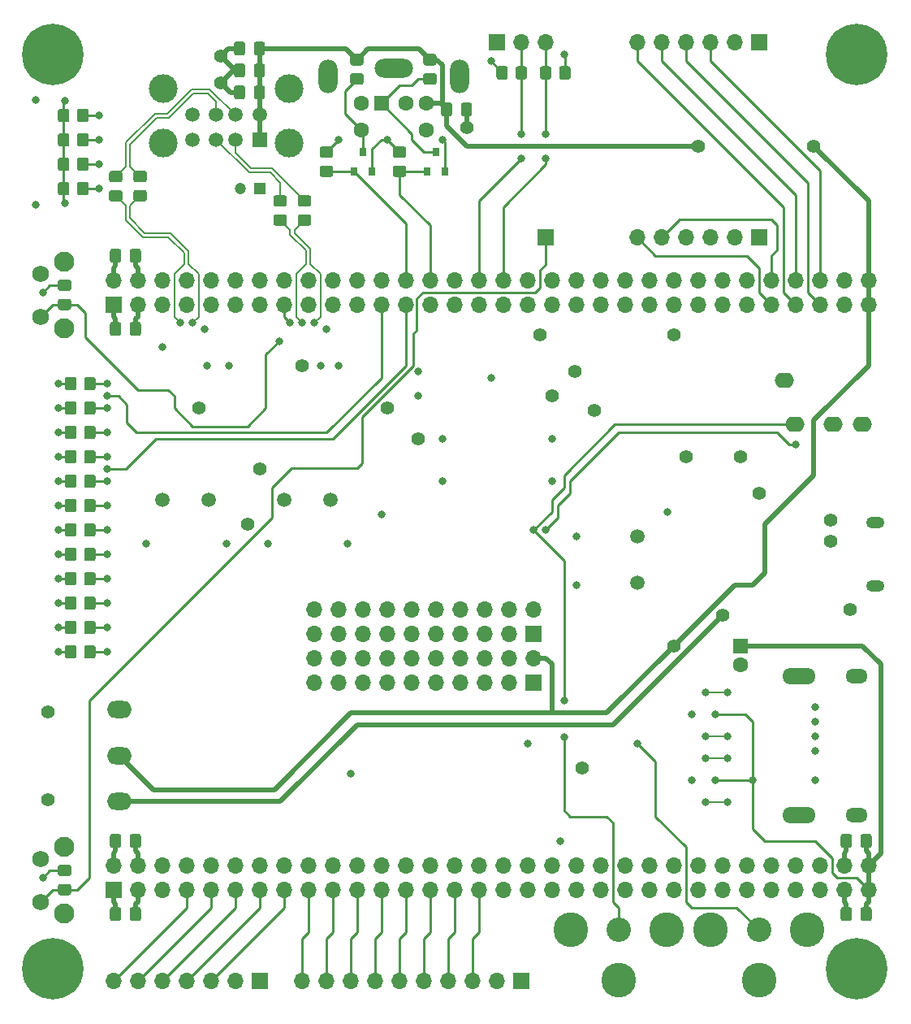
<source format=gbl>
G04 #@! TF.GenerationSoftware,KiCad,Pcbnew,5.1.10-88a1d61d58~90~ubuntu20.04.1*
G04 #@! TF.CreationDate,2021-11-05T20:40:26+01:00*
G04 #@! TF.ProjectId,FPGC4IOboard,46504743-3449-44f6-926f-6172642e6b69,rev?*
G04 #@! TF.SameCoordinates,Original*
G04 #@! TF.FileFunction,Copper,L4,Bot*
G04 #@! TF.FilePolarity,Positive*
%FSLAX46Y46*%
G04 Gerber Fmt 4.6, Leading zero omitted, Abs format (unit mm)*
G04 Created by KiCad (PCBNEW 5.1.10-88a1d61d58~90~ubuntu20.04.1) date 2021-11-05 20:40:26*
%MOMM*%
%LPD*%
G01*
G04 APERTURE LIST*
G04 #@! TA.AperFunction,ComponentPad*
%ADD10C,2.100000*%
G04 #@! TD*
G04 #@! TA.AperFunction,ComponentPad*
%ADD11C,1.750000*%
G04 #@! TD*
G04 #@! TA.AperFunction,ComponentPad*
%ADD12R,1.700000X1.700000*%
G04 #@! TD*
G04 #@! TA.AperFunction,ComponentPad*
%ADD13O,1.700000X1.700000*%
G04 #@! TD*
G04 #@! TA.AperFunction,ComponentPad*
%ADD14R,1.600000X1.600000*%
G04 #@! TD*
G04 #@! TA.AperFunction,ComponentPad*
%ADD15C,1.600000*%
G04 #@! TD*
G04 #@! TA.AperFunction,ComponentPad*
%ADD16R,1.200000X1.200000*%
G04 #@! TD*
G04 #@! TA.AperFunction,ComponentPad*
%ADD17C,1.200000*%
G04 #@! TD*
G04 #@! TA.AperFunction,ComponentPad*
%ADD18O,2.000000X1.600000*%
G04 #@! TD*
G04 #@! TA.AperFunction,ComponentPad*
%ADD19O,2.600000X1.800000*%
G04 #@! TD*
G04 #@! TA.AperFunction,ComponentPad*
%ADD20O,4.000000X2.000000*%
G04 #@! TD*
G04 #@! TA.AperFunction,ComponentPad*
%ADD21O,2.000000X3.500000*%
G04 #@! TD*
G04 #@! TA.AperFunction,ComponentPad*
%ADD22C,1.500000*%
G04 #@! TD*
G04 #@! TA.AperFunction,ComponentPad*
%ADD23C,3.000000*%
G04 #@! TD*
G04 #@! TA.AperFunction,ComponentPad*
%ADD24R,1.500000X1.500000*%
G04 #@! TD*
G04 #@! TA.AperFunction,ComponentPad*
%ADD25O,2.300000X1.500000*%
G04 #@! TD*
G04 #@! TA.AperFunction,ComponentPad*
%ADD26O,3.500000X1.700000*%
G04 #@! TD*
G04 #@! TA.AperFunction,ComponentPad*
%ADD27C,6.400000*%
G04 #@! TD*
G04 #@! TA.AperFunction,ComponentPad*
%ADD28O,1.900000X1.200000*%
G04 #@! TD*
G04 #@! TA.AperFunction,SMDPad,CuDef*
%ADD29R,0.800000X0.900000*%
G04 #@! TD*
G04 #@! TA.AperFunction,ComponentPad*
%ADD30C,2.550000*%
G04 #@! TD*
G04 #@! TA.AperFunction,ComponentPad*
%ADD31C,3.616000*%
G04 #@! TD*
G04 #@! TA.AperFunction,ViaPad*
%ADD32C,1.400000*%
G04 #@! TD*
G04 #@! TA.AperFunction,ViaPad*
%ADD33C,0.800000*%
G04 #@! TD*
G04 #@! TA.AperFunction,Conductor*
%ADD34C,0.500000*%
G04 #@! TD*
G04 #@! TA.AperFunction,Conductor*
%ADD35C,0.250000*%
G04 #@! TD*
G04 #@! TA.AperFunction,Conductor*
%ADD36C,0.200000*%
G04 #@! TD*
G04 APERTURE END LIST*
D10*
X83770000Y-66020000D03*
D11*
X81280000Y-64770000D03*
X81280000Y-60270000D03*
D10*
X83770000Y-59010000D03*
D12*
X132715000Y-102870000D03*
D13*
X132715000Y-100330000D03*
X130175000Y-102870000D03*
X130175000Y-100330000D03*
X127635000Y-102870000D03*
X127635000Y-100330000D03*
X125095000Y-102870000D03*
X125095000Y-100330000D03*
X122555000Y-102870000D03*
X122555000Y-100330000D03*
X120015000Y-102870000D03*
X120015000Y-100330000D03*
X117475000Y-102870000D03*
X117475000Y-100330000D03*
X114935000Y-102870000D03*
X114935000Y-100330000D03*
X112395000Y-102870000D03*
X112395000Y-100330000D03*
X109855000Y-102870000D03*
X109855000Y-100330000D03*
X109855000Y-95250000D03*
X109855000Y-97790000D03*
X112395000Y-95250000D03*
X112395000Y-97790000D03*
X114935000Y-95250000D03*
X114935000Y-97790000D03*
X117475000Y-95250000D03*
X117475000Y-97790000D03*
X120015000Y-95250000D03*
X120015000Y-97790000D03*
X122555000Y-95250000D03*
X122555000Y-97790000D03*
X125095000Y-95250000D03*
X125095000Y-97790000D03*
X127635000Y-95250000D03*
X127635000Y-97790000D03*
X130175000Y-95250000D03*
X130175000Y-97790000D03*
X132715000Y-95250000D03*
D12*
X132715000Y-97790000D03*
X133985000Y-56515000D03*
D14*
X154305000Y-99060000D03*
D15*
X154305000Y-101060000D03*
D16*
X104140000Y-51435000D03*
D17*
X102140000Y-51435000D03*
D18*
X163980000Y-75960000D03*
X166980000Y-75960000D03*
X159980000Y-75960000D03*
X158880000Y-71360000D03*
D12*
X104140000Y-133985000D03*
D13*
X101600000Y-133985000D03*
X99060000Y-133985000D03*
X96520000Y-133985000D03*
X93980000Y-133985000D03*
X91440000Y-133985000D03*
X88900000Y-133985000D03*
D12*
X131445000Y-133985000D03*
D13*
X128905000Y-133985000D03*
X126365000Y-133985000D03*
X123825000Y-133985000D03*
X121285000Y-133985000D03*
X118745000Y-133985000D03*
X116205000Y-133985000D03*
X113665000Y-133985000D03*
X111125000Y-133985000D03*
X108585000Y-133985000D03*
X143510000Y-56515000D03*
X146050000Y-56515000D03*
X148590000Y-56515000D03*
X151130000Y-56515000D03*
X153670000Y-56515000D03*
D12*
X156210000Y-56515000D03*
X156210000Y-36195000D03*
D13*
X153670000Y-36195000D03*
X151130000Y-36195000D03*
X148590000Y-36195000D03*
X146050000Y-36195000D03*
X143510000Y-36195000D03*
D12*
X128905000Y-36195000D03*
D13*
X131445000Y-36195000D03*
X133985000Y-36195000D03*
D10*
X83770000Y-119970000D03*
D11*
X81280000Y-121230000D03*
X81280000Y-125730000D03*
D10*
X83770000Y-126980000D03*
D19*
X89535000Y-105690000D03*
X89535000Y-110490000D03*
X89535000Y-115290000D03*
D20*
X118140000Y-38895000D03*
D15*
X121540000Y-45345000D03*
X114740000Y-45345000D03*
X121540000Y-42545000D03*
X114740000Y-42545000D03*
X119440000Y-42545000D03*
D14*
X116840000Y-42545000D03*
D21*
X111290000Y-39695000D03*
X124990000Y-39695000D03*
D22*
X97140000Y-43735000D03*
X99640000Y-43735000D03*
X101640000Y-43735000D03*
X104140000Y-43735000D03*
D23*
X94070000Y-41025000D03*
X107210000Y-41025000D03*
D22*
X97140000Y-46355000D03*
X99640000Y-46355000D03*
X101640000Y-46355000D03*
D24*
X104140000Y-46355000D03*
D23*
X107210000Y-46705000D03*
X94070000Y-46705000D03*
D25*
X166370000Y-116724000D03*
X166370000Y-102224000D03*
D26*
X160410000Y-116724000D03*
X160410000Y-102224000D03*
D27*
X166370000Y-37465000D03*
X82550000Y-37465000D03*
X82550000Y-132715000D03*
X166370000Y-132715000D03*
D13*
X167640000Y-121920000D03*
X167640000Y-124460000D03*
X165100000Y-121920000D03*
X165100000Y-124460000D03*
X162560000Y-121920000D03*
X162560000Y-124460000D03*
X160020000Y-121920000D03*
X160020000Y-124460000D03*
X157480000Y-121920000D03*
X157480000Y-124460000D03*
X154940000Y-121920000D03*
X154940000Y-124460000D03*
X152400000Y-121920000D03*
X152400000Y-124460000D03*
X149860000Y-121920000D03*
X149860000Y-124460000D03*
X147320000Y-121920000D03*
X147320000Y-124460000D03*
X144780000Y-121920000D03*
X144780000Y-124460000D03*
X142240000Y-121920000D03*
X142240000Y-124460000D03*
X139700000Y-121920000D03*
X139700000Y-124460000D03*
X137160000Y-121920000D03*
X137160000Y-124460000D03*
X134620000Y-121920000D03*
X134620000Y-124460000D03*
X132080000Y-121920000D03*
X132080000Y-124460000D03*
X129540000Y-121920000D03*
X129540000Y-124460000D03*
X127000000Y-121920000D03*
X127000000Y-124460000D03*
X124460000Y-121920000D03*
X124460000Y-124460000D03*
X121920000Y-121920000D03*
X121920000Y-124460000D03*
X119380000Y-121920000D03*
X119380000Y-124460000D03*
X116840000Y-121920000D03*
X116840000Y-124460000D03*
X114300000Y-121920000D03*
X114300000Y-124460000D03*
X111760000Y-121920000D03*
X111760000Y-124460000D03*
X109220000Y-121920000D03*
X109220000Y-124460000D03*
X106680000Y-121920000D03*
X106680000Y-124460000D03*
X104140000Y-121920000D03*
X104140000Y-124460000D03*
X101600000Y-121920000D03*
X101600000Y-124460000D03*
X99060000Y-121920000D03*
X99060000Y-124460000D03*
X96520000Y-121920000D03*
X96520000Y-124460000D03*
X93980000Y-121920000D03*
X93980000Y-124460000D03*
X91440000Y-121920000D03*
X91440000Y-124460000D03*
X88900000Y-121920000D03*
D12*
X88900000Y-124460000D03*
X88900000Y-63500000D03*
D13*
X88900000Y-60960000D03*
X91440000Y-63500000D03*
X91440000Y-60960000D03*
X93980000Y-63500000D03*
X93980000Y-60960000D03*
X96520000Y-63500000D03*
X96520000Y-60960000D03*
X99060000Y-63500000D03*
X99060000Y-60960000D03*
X101600000Y-63500000D03*
X101600000Y-60960000D03*
X104140000Y-63500000D03*
X104140000Y-60960000D03*
X106680000Y-63500000D03*
X106680000Y-60960000D03*
X109220000Y-63500000D03*
X109220000Y-60960000D03*
X111760000Y-63500000D03*
X111760000Y-60960000D03*
X114300000Y-63500000D03*
X114300000Y-60960000D03*
X116840000Y-63500000D03*
X116840000Y-60960000D03*
X119380000Y-63500000D03*
X119380000Y-60960000D03*
X121920000Y-63500000D03*
X121920000Y-60960000D03*
X124460000Y-63500000D03*
X124460000Y-60960000D03*
X127000000Y-63500000D03*
X127000000Y-60960000D03*
X129540000Y-63500000D03*
X129540000Y-60960000D03*
X132080000Y-63500000D03*
X132080000Y-60960000D03*
X134620000Y-63500000D03*
X134620000Y-60960000D03*
X137160000Y-63500000D03*
X137160000Y-60960000D03*
X139700000Y-63500000D03*
X139700000Y-60960000D03*
X142240000Y-63500000D03*
X142240000Y-60960000D03*
X144780000Y-63500000D03*
X144780000Y-60960000D03*
X147320000Y-63500000D03*
X147320000Y-60960000D03*
X149860000Y-63500000D03*
X149860000Y-60960000D03*
X152400000Y-63500000D03*
X152400000Y-60960000D03*
X154940000Y-63500000D03*
X154940000Y-60960000D03*
X157480000Y-63500000D03*
X157480000Y-60960000D03*
X160020000Y-63500000D03*
X160020000Y-60960000D03*
X162560000Y-63500000D03*
X162560000Y-60960000D03*
X165100000Y-63500000D03*
X165100000Y-60960000D03*
X167640000Y-63500000D03*
X167640000Y-60960000D03*
G04 #@! TA.AperFunction,SMDPad,CuDef*
G36*
G01*
X123067500Y-43655000D02*
X123067500Y-42705000D01*
G75*
G02*
X123317500Y-42455000I250000J0D01*
G01*
X123992500Y-42455000D01*
G75*
G02*
X124242500Y-42705000I0J-250000D01*
G01*
X124242500Y-43655000D01*
G75*
G02*
X123992500Y-43905000I-250000J0D01*
G01*
X123317500Y-43905000D01*
G75*
G02*
X123067500Y-43655000I0J250000D01*
G01*
G37*
G04 #@! TD.AperFunction*
G04 #@! TA.AperFunction,SMDPad,CuDef*
G36*
G01*
X125142500Y-43655000D02*
X125142500Y-42705000D01*
G75*
G02*
X125392500Y-42455000I250000J0D01*
G01*
X126067500Y-42455000D01*
G75*
G02*
X126317500Y-42705000I0J-250000D01*
G01*
X126317500Y-43655000D01*
G75*
G02*
X126067500Y-43905000I-250000J0D01*
G01*
X125392500Y-43905000D01*
G75*
G02*
X125142500Y-43655000I0J250000D01*
G01*
G37*
G04 #@! TD.AperFunction*
G04 #@! TA.AperFunction,SMDPad,CuDef*
G36*
G01*
X103552500Y-41877000D02*
X103552500Y-40927000D01*
G75*
G02*
X103802500Y-40677000I250000J0D01*
G01*
X104477500Y-40677000D01*
G75*
G02*
X104727500Y-40927000I0J-250000D01*
G01*
X104727500Y-41877000D01*
G75*
G02*
X104477500Y-42127000I-250000J0D01*
G01*
X103802500Y-42127000D01*
G75*
G02*
X103552500Y-41877000I0J250000D01*
G01*
G37*
G04 #@! TD.AperFunction*
G04 #@! TA.AperFunction,SMDPad,CuDef*
G36*
G01*
X101477500Y-41877000D02*
X101477500Y-40927000D01*
G75*
G02*
X101727500Y-40677000I250000J0D01*
G01*
X102402500Y-40677000D01*
G75*
G02*
X102652500Y-40927000I0J-250000D01*
G01*
X102652500Y-41877000D01*
G75*
G02*
X102402500Y-42127000I-250000J0D01*
G01*
X101727500Y-42127000D01*
G75*
G02*
X101477500Y-41877000I0J250000D01*
G01*
G37*
G04 #@! TD.AperFunction*
G04 #@! TA.AperFunction,SMDPad,CuDef*
G36*
G01*
X164745000Y-127475000D02*
X164745000Y-126525000D01*
G75*
G02*
X164995000Y-126275000I250000J0D01*
G01*
X165670000Y-126275000D01*
G75*
G02*
X165920000Y-126525000I0J-250000D01*
G01*
X165920000Y-127475000D01*
G75*
G02*
X165670000Y-127725000I-250000J0D01*
G01*
X164995000Y-127725000D01*
G75*
G02*
X164745000Y-127475000I0J250000D01*
G01*
G37*
G04 #@! TD.AperFunction*
G04 #@! TA.AperFunction,SMDPad,CuDef*
G36*
G01*
X166820000Y-127475000D02*
X166820000Y-126525000D01*
G75*
G02*
X167070000Y-126275000I250000J0D01*
G01*
X167745000Y-126275000D01*
G75*
G02*
X167995000Y-126525000I0J-250000D01*
G01*
X167995000Y-127475000D01*
G75*
G02*
X167745000Y-127725000I-250000J0D01*
G01*
X167070000Y-127725000D01*
G75*
G02*
X166820000Y-127475000I0J250000D01*
G01*
G37*
G04 #@! TD.AperFunction*
D28*
X168362000Y-86235000D03*
X168362000Y-92835000D03*
D29*
X115885000Y-49625000D03*
X113985000Y-49625000D03*
X114935000Y-47625000D03*
X122555000Y-47625000D03*
X121605000Y-49625000D03*
X123505000Y-49625000D03*
G04 #@! TA.AperFunction,SMDPad,CuDef*
G36*
G01*
X85855000Y-72205001D02*
X85855000Y-71304999D01*
G75*
G02*
X86104999Y-71055000I249999J0D01*
G01*
X86805001Y-71055000D01*
G75*
G02*
X87055000Y-71304999I0J-249999D01*
G01*
X87055000Y-72205001D01*
G75*
G02*
X86805001Y-72455000I-249999J0D01*
G01*
X86104999Y-72455000D01*
G75*
G02*
X85855000Y-72205001I0J249999D01*
G01*
G37*
G04 #@! TD.AperFunction*
G04 #@! TA.AperFunction,SMDPad,CuDef*
G36*
G01*
X83855000Y-72205001D02*
X83855000Y-71304999D01*
G75*
G02*
X84104999Y-71055000I249999J0D01*
G01*
X84805001Y-71055000D01*
G75*
G02*
X85055000Y-71304999I0J-249999D01*
G01*
X85055000Y-72205001D01*
G75*
G02*
X84805001Y-72455000I-249999J0D01*
G01*
X84104999Y-72455000D01*
G75*
G02*
X83855000Y-72205001I0J249999D01*
G01*
G37*
G04 #@! TD.AperFunction*
G04 #@! TA.AperFunction,SMDPad,CuDef*
G36*
G01*
X83855000Y-89985001D02*
X83855000Y-89084999D01*
G75*
G02*
X84104999Y-88835000I249999J0D01*
G01*
X84805001Y-88835000D01*
G75*
G02*
X85055000Y-89084999I0J-249999D01*
G01*
X85055000Y-89985001D01*
G75*
G02*
X84805001Y-90235000I-249999J0D01*
G01*
X84104999Y-90235000D01*
G75*
G02*
X83855000Y-89985001I0J249999D01*
G01*
G37*
G04 #@! TD.AperFunction*
G04 #@! TA.AperFunction,SMDPad,CuDef*
G36*
G01*
X85855000Y-89985001D02*
X85855000Y-89084999D01*
G75*
G02*
X86104999Y-88835000I249999J0D01*
G01*
X86805001Y-88835000D01*
G75*
G02*
X87055000Y-89084999I0J-249999D01*
G01*
X87055000Y-89985001D01*
G75*
G02*
X86805001Y-90235000I-249999J0D01*
G01*
X86104999Y-90235000D01*
G75*
G02*
X85855000Y-89985001I0J249999D01*
G01*
G37*
G04 #@! TD.AperFunction*
G04 #@! TA.AperFunction,SMDPad,CuDef*
G36*
G01*
X113849999Y-37405000D02*
X114750001Y-37405000D01*
G75*
G02*
X115000000Y-37654999I0J-249999D01*
G01*
X115000000Y-38355001D01*
G75*
G02*
X114750001Y-38605000I-249999J0D01*
G01*
X113849999Y-38605000D01*
G75*
G02*
X113600000Y-38355001I0J249999D01*
G01*
X113600000Y-37654999D01*
G75*
G02*
X113849999Y-37405000I249999J0D01*
G01*
G37*
G04 #@! TD.AperFunction*
G04 #@! TA.AperFunction,SMDPad,CuDef*
G36*
G01*
X113849999Y-39405000D02*
X114750001Y-39405000D01*
G75*
G02*
X115000000Y-39654999I0J-249999D01*
G01*
X115000000Y-40355001D01*
G75*
G02*
X114750001Y-40605000I-249999J0D01*
G01*
X113849999Y-40605000D01*
G75*
G02*
X113600000Y-40355001I0J249999D01*
G01*
X113600000Y-39654999D01*
G75*
G02*
X113849999Y-39405000I249999J0D01*
G01*
G37*
G04 #@! TD.AperFunction*
G04 #@! TA.AperFunction,SMDPad,CuDef*
G36*
G01*
X121469999Y-39405000D02*
X122370001Y-39405000D01*
G75*
G02*
X122620000Y-39654999I0J-249999D01*
G01*
X122620000Y-40355001D01*
G75*
G02*
X122370001Y-40605000I-249999J0D01*
G01*
X121469999Y-40605000D01*
G75*
G02*
X121220000Y-40355001I0J249999D01*
G01*
X121220000Y-39654999D01*
G75*
G02*
X121469999Y-39405000I249999J0D01*
G01*
G37*
G04 #@! TD.AperFunction*
G04 #@! TA.AperFunction,SMDPad,CuDef*
G36*
G01*
X121469999Y-37405000D02*
X122370001Y-37405000D01*
G75*
G02*
X122620000Y-37654999I0J-249999D01*
G01*
X122620000Y-38355001D01*
G75*
G02*
X122370001Y-38605000I-249999J0D01*
G01*
X121469999Y-38605000D01*
G75*
G02*
X121220000Y-38355001I0J249999D01*
G01*
X121220000Y-37654999D01*
G75*
G02*
X121469999Y-37405000I249999J0D01*
G01*
G37*
G04 #@! TD.AperFunction*
G04 #@! TA.AperFunction,SMDPad,CuDef*
G36*
G01*
X84325000Y-50984999D02*
X84325000Y-51885001D01*
G75*
G02*
X84075001Y-52135000I-249999J0D01*
G01*
X83374999Y-52135000D01*
G75*
G02*
X83125000Y-51885001I0J249999D01*
G01*
X83125000Y-50984999D01*
G75*
G02*
X83374999Y-50735000I249999J0D01*
G01*
X84075001Y-50735000D01*
G75*
G02*
X84325000Y-50984999I0J-249999D01*
G01*
G37*
G04 #@! TD.AperFunction*
G04 #@! TA.AperFunction,SMDPad,CuDef*
G36*
G01*
X86325000Y-50984999D02*
X86325000Y-51885001D01*
G75*
G02*
X86075001Y-52135000I-249999J0D01*
G01*
X85374999Y-52135000D01*
G75*
G02*
X85125000Y-51885001I0J249999D01*
G01*
X85125000Y-50984999D01*
G75*
G02*
X85374999Y-50735000I249999J0D01*
G01*
X86075001Y-50735000D01*
G75*
G02*
X86325000Y-50984999I0J-249999D01*
G01*
G37*
G04 #@! TD.AperFunction*
G04 #@! TA.AperFunction,SMDPad,CuDef*
G36*
G01*
X83369999Y-60900000D02*
X84270001Y-60900000D01*
G75*
G02*
X84520000Y-61149999I0J-249999D01*
G01*
X84520000Y-61850001D01*
G75*
G02*
X84270001Y-62100000I-249999J0D01*
G01*
X83369999Y-62100000D01*
G75*
G02*
X83120000Y-61850001I0J249999D01*
G01*
X83120000Y-61149999D01*
G75*
G02*
X83369999Y-60900000I249999J0D01*
G01*
G37*
G04 #@! TD.AperFunction*
G04 #@! TA.AperFunction,SMDPad,CuDef*
G36*
G01*
X83369999Y-62900000D02*
X84270001Y-62900000D01*
G75*
G02*
X84520000Y-63149999I0J-249999D01*
G01*
X84520000Y-63850001D01*
G75*
G02*
X84270001Y-64100000I-249999J0D01*
G01*
X83369999Y-64100000D01*
G75*
G02*
X83120000Y-63850001I0J249999D01*
G01*
X83120000Y-63149999D01*
G75*
G02*
X83369999Y-62900000I249999J0D01*
G01*
G37*
G04 #@! TD.AperFunction*
G04 #@! TA.AperFunction,SMDPad,CuDef*
G36*
G01*
X86325000Y-48444999D02*
X86325000Y-49345001D01*
G75*
G02*
X86075001Y-49595000I-249999J0D01*
G01*
X85374999Y-49595000D01*
G75*
G02*
X85125000Y-49345001I0J249999D01*
G01*
X85125000Y-48444999D01*
G75*
G02*
X85374999Y-48195000I249999J0D01*
G01*
X86075001Y-48195000D01*
G75*
G02*
X86325000Y-48444999I0J-249999D01*
G01*
G37*
G04 #@! TD.AperFunction*
G04 #@! TA.AperFunction,SMDPad,CuDef*
G36*
G01*
X84325000Y-48444999D02*
X84325000Y-49345001D01*
G75*
G02*
X84075001Y-49595000I-249999J0D01*
G01*
X83374999Y-49595000D01*
G75*
G02*
X83125000Y-49345001I0J249999D01*
G01*
X83125000Y-48444999D01*
G75*
G02*
X83374999Y-48195000I249999J0D01*
G01*
X84075001Y-48195000D01*
G75*
G02*
X84325000Y-48444999I0J-249999D01*
G01*
G37*
G04 #@! TD.AperFunction*
G04 #@! TA.AperFunction,SMDPad,CuDef*
G36*
G01*
X110674999Y-49025000D02*
X111575001Y-49025000D01*
G75*
G02*
X111825000Y-49274999I0J-249999D01*
G01*
X111825000Y-49975001D01*
G75*
G02*
X111575001Y-50225000I-249999J0D01*
G01*
X110674999Y-50225000D01*
G75*
G02*
X110425000Y-49975001I0J249999D01*
G01*
X110425000Y-49274999D01*
G75*
G02*
X110674999Y-49025000I249999J0D01*
G01*
G37*
G04 #@! TD.AperFunction*
G04 #@! TA.AperFunction,SMDPad,CuDef*
G36*
G01*
X110674999Y-47025000D02*
X111575001Y-47025000D01*
G75*
G02*
X111825000Y-47274999I0J-249999D01*
G01*
X111825000Y-47975001D01*
G75*
G02*
X111575001Y-48225000I-249999J0D01*
G01*
X110674999Y-48225000D01*
G75*
G02*
X110425000Y-47975001I0J249999D01*
G01*
X110425000Y-47274999D01*
G75*
G02*
X110674999Y-47025000I249999J0D01*
G01*
G37*
G04 #@! TD.AperFunction*
G04 #@! TA.AperFunction,SMDPad,CuDef*
G36*
G01*
X118294999Y-47025000D02*
X119195001Y-47025000D01*
G75*
G02*
X119445000Y-47274999I0J-249999D01*
G01*
X119445000Y-47975001D01*
G75*
G02*
X119195001Y-48225000I-249999J0D01*
G01*
X118294999Y-48225000D01*
G75*
G02*
X118045000Y-47975001I0J249999D01*
G01*
X118045000Y-47274999D01*
G75*
G02*
X118294999Y-47025000I249999J0D01*
G01*
G37*
G04 #@! TD.AperFunction*
G04 #@! TA.AperFunction,SMDPad,CuDef*
G36*
G01*
X118294999Y-49025000D02*
X119195001Y-49025000D01*
G75*
G02*
X119445000Y-49274999I0J-249999D01*
G01*
X119445000Y-49975001D01*
G75*
G02*
X119195001Y-50225000I-249999J0D01*
G01*
X118294999Y-50225000D01*
G75*
G02*
X118045000Y-49975001I0J249999D01*
G01*
X118045000Y-49274999D01*
G75*
G02*
X118294999Y-49025000I249999J0D01*
G01*
G37*
G04 #@! TD.AperFunction*
G04 #@! TA.AperFunction,SMDPad,CuDef*
G36*
G01*
X85855000Y-84905001D02*
X85855000Y-84004999D01*
G75*
G02*
X86104999Y-83755000I249999J0D01*
G01*
X86805001Y-83755000D01*
G75*
G02*
X87055000Y-84004999I0J-249999D01*
G01*
X87055000Y-84905001D01*
G75*
G02*
X86805001Y-85155000I-249999J0D01*
G01*
X86104999Y-85155000D01*
G75*
G02*
X85855000Y-84905001I0J249999D01*
G01*
G37*
G04 #@! TD.AperFunction*
G04 #@! TA.AperFunction,SMDPad,CuDef*
G36*
G01*
X83855000Y-84905001D02*
X83855000Y-84004999D01*
G75*
G02*
X84104999Y-83755000I249999J0D01*
G01*
X84805001Y-83755000D01*
G75*
G02*
X85055000Y-84004999I0J-249999D01*
G01*
X85055000Y-84905001D01*
G75*
G02*
X84805001Y-85155000I-249999J0D01*
G01*
X84104999Y-85155000D01*
G75*
G02*
X83855000Y-84905001I0J249999D01*
G01*
G37*
G04 #@! TD.AperFunction*
G04 #@! TA.AperFunction,SMDPad,CuDef*
G36*
G01*
X84325000Y-45904999D02*
X84325000Y-46805001D01*
G75*
G02*
X84075001Y-47055000I-249999J0D01*
G01*
X83374999Y-47055000D01*
G75*
G02*
X83125000Y-46805001I0J249999D01*
G01*
X83125000Y-45904999D01*
G75*
G02*
X83374999Y-45655000I249999J0D01*
G01*
X84075001Y-45655000D01*
G75*
G02*
X84325000Y-45904999I0J-249999D01*
G01*
G37*
G04 #@! TD.AperFunction*
G04 #@! TA.AperFunction,SMDPad,CuDef*
G36*
G01*
X86325000Y-45904999D02*
X86325000Y-46805001D01*
G75*
G02*
X86075001Y-47055000I-249999J0D01*
G01*
X85374999Y-47055000D01*
G75*
G02*
X85125000Y-46805001I0J249999D01*
G01*
X85125000Y-45904999D01*
G75*
G02*
X85374999Y-45655000I249999J0D01*
G01*
X86075001Y-45655000D01*
G75*
G02*
X86325000Y-45904999I0J-249999D01*
G01*
G37*
G04 #@! TD.AperFunction*
G04 #@! TA.AperFunction,SMDPad,CuDef*
G36*
G01*
X83855000Y-79825001D02*
X83855000Y-78924999D01*
G75*
G02*
X84104999Y-78675000I249999J0D01*
G01*
X84805001Y-78675000D01*
G75*
G02*
X85055000Y-78924999I0J-249999D01*
G01*
X85055000Y-79825001D01*
G75*
G02*
X84805001Y-80075000I-249999J0D01*
G01*
X84104999Y-80075000D01*
G75*
G02*
X83855000Y-79825001I0J249999D01*
G01*
G37*
G04 #@! TD.AperFunction*
G04 #@! TA.AperFunction,SMDPad,CuDef*
G36*
G01*
X85855000Y-79825001D02*
X85855000Y-78924999D01*
G75*
G02*
X86104999Y-78675000I249999J0D01*
G01*
X86805001Y-78675000D01*
G75*
G02*
X87055000Y-78924999I0J-249999D01*
G01*
X87055000Y-79825001D01*
G75*
G02*
X86805001Y-80075000I-249999J0D01*
G01*
X86104999Y-80075000D01*
G75*
G02*
X85855000Y-79825001I0J249999D01*
G01*
G37*
G04 #@! TD.AperFunction*
G04 #@! TA.AperFunction,SMDPad,CuDef*
G36*
G01*
X86325000Y-43364999D02*
X86325000Y-44265001D01*
G75*
G02*
X86075001Y-44515000I-249999J0D01*
G01*
X85374999Y-44515000D01*
G75*
G02*
X85125000Y-44265001I0J249999D01*
G01*
X85125000Y-43364999D01*
G75*
G02*
X85374999Y-43115000I249999J0D01*
G01*
X86075001Y-43115000D01*
G75*
G02*
X86325000Y-43364999I0J-249999D01*
G01*
G37*
G04 #@! TD.AperFunction*
G04 #@! TA.AperFunction,SMDPad,CuDef*
G36*
G01*
X84325000Y-43364999D02*
X84325000Y-44265001D01*
G75*
G02*
X84075001Y-44515000I-249999J0D01*
G01*
X83374999Y-44515000D01*
G75*
G02*
X83125000Y-44265001I0J249999D01*
G01*
X83125000Y-43364999D01*
G75*
G02*
X83374999Y-43115000I249999J0D01*
G01*
X84075001Y-43115000D01*
G75*
G02*
X84325000Y-43364999I0J-249999D01*
G01*
G37*
G04 #@! TD.AperFunction*
G04 #@! TA.AperFunction,SMDPad,CuDef*
G36*
G01*
X83369999Y-121860000D02*
X84270001Y-121860000D01*
G75*
G02*
X84520000Y-122109999I0J-249999D01*
G01*
X84520000Y-122810001D01*
G75*
G02*
X84270001Y-123060000I-249999J0D01*
G01*
X83369999Y-123060000D01*
G75*
G02*
X83120000Y-122810001I0J249999D01*
G01*
X83120000Y-122109999D01*
G75*
G02*
X83369999Y-121860000I249999J0D01*
G01*
G37*
G04 #@! TD.AperFunction*
G04 #@! TA.AperFunction,SMDPad,CuDef*
G36*
G01*
X83369999Y-123860000D02*
X84270001Y-123860000D01*
G75*
G02*
X84520000Y-124109999I0J-249999D01*
G01*
X84520000Y-124810001D01*
G75*
G02*
X84270001Y-125060000I-249999J0D01*
G01*
X83369999Y-125060000D01*
G75*
G02*
X83120000Y-124810001I0J249999D01*
G01*
X83120000Y-124109999D01*
G75*
G02*
X83369999Y-123860000I249999J0D01*
G01*
G37*
G04 #@! TD.AperFunction*
G04 #@! TA.AperFunction,SMDPad,CuDef*
G36*
G01*
X92144001Y-52765000D02*
X91243999Y-52765000D01*
G75*
G02*
X90994000Y-52515001I0J249999D01*
G01*
X90994000Y-51814999D01*
G75*
G02*
X91243999Y-51565000I249999J0D01*
G01*
X92144001Y-51565000D01*
G75*
G02*
X92394000Y-51814999I0J-249999D01*
G01*
X92394000Y-52515001D01*
G75*
G02*
X92144001Y-52765000I-249999J0D01*
G01*
G37*
G04 #@! TD.AperFunction*
G04 #@! TA.AperFunction,SMDPad,CuDef*
G36*
G01*
X92144001Y-50765000D02*
X91243999Y-50765000D01*
G75*
G02*
X90994000Y-50515001I0J249999D01*
G01*
X90994000Y-49814999D01*
G75*
G02*
X91243999Y-49565000I249999J0D01*
G01*
X92144001Y-49565000D01*
G75*
G02*
X92394000Y-49814999I0J-249999D01*
G01*
X92394000Y-50515001D01*
G75*
G02*
X92144001Y-50765000I-249999J0D01*
G01*
G37*
G04 #@! TD.AperFunction*
G04 #@! TA.AperFunction,SMDPad,CuDef*
G36*
G01*
X85855000Y-82365001D02*
X85855000Y-81464999D01*
G75*
G02*
X86104999Y-81215000I249999J0D01*
G01*
X86805001Y-81215000D01*
G75*
G02*
X87055000Y-81464999I0J-249999D01*
G01*
X87055000Y-82365001D01*
G75*
G02*
X86805001Y-82615000I-249999J0D01*
G01*
X86104999Y-82615000D01*
G75*
G02*
X85855000Y-82365001I0J249999D01*
G01*
G37*
G04 #@! TD.AperFunction*
G04 #@! TA.AperFunction,SMDPad,CuDef*
G36*
G01*
X83855000Y-82365001D02*
X83855000Y-81464999D01*
G75*
G02*
X84104999Y-81215000I249999J0D01*
G01*
X84805001Y-81215000D01*
G75*
G02*
X85055000Y-81464999I0J-249999D01*
G01*
X85055000Y-82365001D01*
G75*
G02*
X84805001Y-82615000I-249999J0D01*
G01*
X84104999Y-82615000D01*
G75*
G02*
X83855000Y-82365001I0J249999D01*
G01*
G37*
G04 #@! TD.AperFunction*
G04 #@! TA.AperFunction,SMDPad,CuDef*
G36*
G01*
X89604001Y-50781000D02*
X88703999Y-50781000D01*
G75*
G02*
X88454000Y-50531001I0J249999D01*
G01*
X88454000Y-49830999D01*
G75*
G02*
X88703999Y-49581000I249999J0D01*
G01*
X89604001Y-49581000D01*
G75*
G02*
X89854000Y-49830999I0J-249999D01*
G01*
X89854000Y-50531001D01*
G75*
G02*
X89604001Y-50781000I-249999J0D01*
G01*
G37*
G04 #@! TD.AperFunction*
G04 #@! TA.AperFunction,SMDPad,CuDef*
G36*
G01*
X89604001Y-52781000D02*
X88703999Y-52781000D01*
G75*
G02*
X88454000Y-52531001I0J249999D01*
G01*
X88454000Y-51830999D01*
G75*
G02*
X88703999Y-51581000I249999J0D01*
G01*
X89604001Y-51581000D01*
G75*
G02*
X89854000Y-51830999I0J-249999D01*
G01*
X89854000Y-52531001D01*
G75*
G02*
X89604001Y-52781000I-249999J0D01*
G01*
G37*
G04 #@! TD.AperFunction*
G04 #@! TA.AperFunction,SMDPad,CuDef*
G36*
G01*
X106749001Y-55305000D02*
X105848999Y-55305000D01*
G75*
G02*
X105599000Y-55055001I0J249999D01*
G01*
X105599000Y-54354999D01*
G75*
G02*
X105848999Y-54105000I249999J0D01*
G01*
X106749001Y-54105000D01*
G75*
G02*
X106999000Y-54354999I0J-249999D01*
G01*
X106999000Y-55055001D01*
G75*
G02*
X106749001Y-55305000I-249999J0D01*
G01*
G37*
G04 #@! TD.AperFunction*
G04 #@! TA.AperFunction,SMDPad,CuDef*
G36*
G01*
X106749001Y-53305000D02*
X105848999Y-53305000D01*
G75*
G02*
X105599000Y-53055001I0J249999D01*
G01*
X105599000Y-52354999D01*
G75*
G02*
X105848999Y-52105000I249999J0D01*
G01*
X106749001Y-52105000D01*
G75*
G02*
X106999000Y-52354999I0J-249999D01*
G01*
X106999000Y-53055001D01*
G75*
G02*
X106749001Y-53305000I-249999J0D01*
G01*
G37*
G04 #@! TD.AperFunction*
G04 #@! TA.AperFunction,SMDPad,CuDef*
G36*
G01*
X109289001Y-55305000D02*
X108388999Y-55305000D01*
G75*
G02*
X108139000Y-55055001I0J249999D01*
G01*
X108139000Y-54354999D01*
G75*
G02*
X108388999Y-54105000I249999J0D01*
G01*
X109289001Y-54105000D01*
G75*
G02*
X109539000Y-54354999I0J-249999D01*
G01*
X109539000Y-55055001D01*
G75*
G02*
X109289001Y-55305000I-249999J0D01*
G01*
G37*
G04 #@! TD.AperFunction*
G04 #@! TA.AperFunction,SMDPad,CuDef*
G36*
G01*
X109289001Y-53305000D02*
X108388999Y-53305000D01*
G75*
G02*
X108139000Y-53055001I0J249999D01*
G01*
X108139000Y-52354999D01*
G75*
G02*
X108388999Y-52105000I249999J0D01*
G01*
X109289001Y-52105000D01*
G75*
G02*
X109539000Y-52354999I0J-249999D01*
G01*
X109539000Y-53055001D01*
G75*
G02*
X109289001Y-53305000I-249999J0D01*
G01*
G37*
G04 #@! TD.AperFunction*
G04 #@! TA.AperFunction,SMDPad,CuDef*
G36*
G01*
X83855000Y-100145001D02*
X83855000Y-99244999D01*
G75*
G02*
X84104999Y-98995000I249999J0D01*
G01*
X84805001Y-98995000D01*
G75*
G02*
X85055000Y-99244999I0J-249999D01*
G01*
X85055000Y-100145001D01*
G75*
G02*
X84805001Y-100395000I-249999J0D01*
G01*
X84104999Y-100395000D01*
G75*
G02*
X83855000Y-100145001I0J249999D01*
G01*
G37*
G04 #@! TD.AperFunction*
G04 #@! TA.AperFunction,SMDPad,CuDef*
G36*
G01*
X85855000Y-100145001D02*
X85855000Y-99244999D01*
G75*
G02*
X86104999Y-98995000I249999J0D01*
G01*
X86805001Y-98995000D01*
G75*
G02*
X87055000Y-99244999I0J-249999D01*
G01*
X87055000Y-100145001D01*
G75*
G02*
X86805001Y-100395000I-249999J0D01*
G01*
X86104999Y-100395000D01*
G75*
G02*
X85855000Y-100145001I0J249999D01*
G01*
G37*
G04 #@! TD.AperFunction*
G04 #@! TA.AperFunction,SMDPad,CuDef*
G36*
G01*
X85855000Y-92525001D02*
X85855000Y-91624999D01*
G75*
G02*
X86104999Y-91375000I249999J0D01*
G01*
X86805001Y-91375000D01*
G75*
G02*
X87055000Y-91624999I0J-249999D01*
G01*
X87055000Y-92525001D01*
G75*
G02*
X86805001Y-92775000I-249999J0D01*
G01*
X86104999Y-92775000D01*
G75*
G02*
X85855000Y-92525001I0J249999D01*
G01*
G37*
G04 #@! TD.AperFunction*
G04 #@! TA.AperFunction,SMDPad,CuDef*
G36*
G01*
X83855000Y-92525001D02*
X83855000Y-91624999D01*
G75*
G02*
X84104999Y-91375000I249999J0D01*
G01*
X84805001Y-91375000D01*
G75*
G02*
X85055000Y-91624999I0J-249999D01*
G01*
X85055000Y-92525001D01*
G75*
G02*
X84805001Y-92775000I-249999J0D01*
G01*
X84104999Y-92775000D01*
G75*
G02*
X83855000Y-92525001I0J249999D01*
G01*
G37*
G04 #@! TD.AperFunction*
G04 #@! TA.AperFunction,SMDPad,CuDef*
G36*
G01*
X132045000Y-38919999D02*
X132045000Y-39820001D01*
G75*
G02*
X131795001Y-40070000I-249999J0D01*
G01*
X131094999Y-40070000D01*
G75*
G02*
X130845000Y-39820001I0J249999D01*
G01*
X130845000Y-38919999D01*
G75*
G02*
X131094999Y-38670000I249999J0D01*
G01*
X131795001Y-38670000D01*
G75*
G02*
X132045000Y-38919999I0J-249999D01*
G01*
G37*
G04 #@! TD.AperFunction*
G04 #@! TA.AperFunction,SMDPad,CuDef*
G36*
G01*
X130045000Y-38919999D02*
X130045000Y-39820001D01*
G75*
G02*
X129795001Y-40070000I-249999J0D01*
G01*
X129094999Y-40070000D01*
G75*
G02*
X128845000Y-39820001I0J249999D01*
G01*
X128845000Y-38919999D01*
G75*
G02*
X129094999Y-38670000I249999J0D01*
G01*
X129795001Y-38670000D01*
G75*
G02*
X130045000Y-38919999I0J-249999D01*
G01*
G37*
G04 #@! TD.AperFunction*
G04 #@! TA.AperFunction,SMDPad,CuDef*
G36*
G01*
X135385000Y-39820001D02*
X135385000Y-38919999D01*
G75*
G02*
X135634999Y-38670000I249999J0D01*
G01*
X136335001Y-38670000D01*
G75*
G02*
X136585000Y-38919999I0J-249999D01*
G01*
X136585000Y-39820001D01*
G75*
G02*
X136335001Y-40070000I-249999J0D01*
G01*
X135634999Y-40070000D01*
G75*
G02*
X135385000Y-39820001I0J249999D01*
G01*
G37*
G04 #@! TD.AperFunction*
G04 #@! TA.AperFunction,SMDPad,CuDef*
G36*
G01*
X133385000Y-39820001D02*
X133385000Y-38919999D01*
G75*
G02*
X133634999Y-38670000I249999J0D01*
G01*
X134335001Y-38670000D01*
G75*
G02*
X134585000Y-38919999I0J-249999D01*
G01*
X134585000Y-39820001D01*
G75*
G02*
X134335001Y-40070000I-249999J0D01*
G01*
X133634999Y-40070000D01*
G75*
G02*
X133385000Y-39820001I0J249999D01*
G01*
G37*
G04 #@! TD.AperFunction*
G04 #@! TA.AperFunction,SMDPad,CuDef*
G36*
G01*
X83855000Y-87445001D02*
X83855000Y-86544999D01*
G75*
G02*
X84104999Y-86295000I249999J0D01*
G01*
X84805001Y-86295000D01*
G75*
G02*
X85055000Y-86544999I0J-249999D01*
G01*
X85055000Y-87445001D01*
G75*
G02*
X84805001Y-87695000I-249999J0D01*
G01*
X84104999Y-87695000D01*
G75*
G02*
X83855000Y-87445001I0J249999D01*
G01*
G37*
G04 #@! TD.AperFunction*
G04 #@! TA.AperFunction,SMDPad,CuDef*
G36*
G01*
X85855000Y-87445001D02*
X85855000Y-86544999D01*
G75*
G02*
X86104999Y-86295000I249999J0D01*
G01*
X86805001Y-86295000D01*
G75*
G02*
X87055000Y-86544999I0J-249999D01*
G01*
X87055000Y-87445001D01*
G75*
G02*
X86805001Y-87695000I-249999J0D01*
G01*
X86104999Y-87695000D01*
G75*
G02*
X85855000Y-87445001I0J249999D01*
G01*
G37*
G04 #@! TD.AperFunction*
G04 #@! TA.AperFunction,SMDPad,CuDef*
G36*
G01*
X85855000Y-95065001D02*
X85855000Y-94164999D01*
G75*
G02*
X86104999Y-93915000I249999J0D01*
G01*
X86805001Y-93915000D01*
G75*
G02*
X87055000Y-94164999I0J-249999D01*
G01*
X87055000Y-95065001D01*
G75*
G02*
X86805001Y-95315000I-249999J0D01*
G01*
X86104999Y-95315000D01*
G75*
G02*
X85855000Y-95065001I0J249999D01*
G01*
G37*
G04 #@! TD.AperFunction*
G04 #@! TA.AperFunction,SMDPad,CuDef*
G36*
G01*
X83855000Y-95065001D02*
X83855000Y-94164999D01*
G75*
G02*
X84104999Y-93915000I249999J0D01*
G01*
X84805001Y-93915000D01*
G75*
G02*
X85055000Y-94164999I0J-249999D01*
G01*
X85055000Y-95065001D01*
G75*
G02*
X84805001Y-95315000I-249999J0D01*
G01*
X84104999Y-95315000D01*
G75*
G02*
X83855000Y-95065001I0J249999D01*
G01*
G37*
G04 #@! TD.AperFunction*
G04 #@! TA.AperFunction,SMDPad,CuDef*
G36*
G01*
X83855000Y-97605001D02*
X83855000Y-96704999D01*
G75*
G02*
X84104999Y-96455000I249999J0D01*
G01*
X84805001Y-96455000D01*
G75*
G02*
X85055000Y-96704999I0J-249999D01*
G01*
X85055000Y-97605001D01*
G75*
G02*
X84805001Y-97855000I-249999J0D01*
G01*
X84104999Y-97855000D01*
G75*
G02*
X83855000Y-97605001I0J249999D01*
G01*
G37*
G04 #@! TD.AperFunction*
G04 #@! TA.AperFunction,SMDPad,CuDef*
G36*
G01*
X85855000Y-97605001D02*
X85855000Y-96704999D01*
G75*
G02*
X86104999Y-96455000I249999J0D01*
G01*
X86805001Y-96455000D01*
G75*
G02*
X87055000Y-96704999I0J-249999D01*
G01*
X87055000Y-97605001D01*
G75*
G02*
X86805001Y-97855000I-249999J0D01*
G01*
X86104999Y-97855000D01*
G75*
G02*
X85855000Y-97605001I0J249999D01*
G01*
G37*
G04 #@! TD.AperFunction*
G04 #@! TA.AperFunction,SMDPad,CuDef*
G36*
G01*
X83855000Y-77285001D02*
X83855000Y-76384999D01*
G75*
G02*
X84104999Y-76135000I249999J0D01*
G01*
X84805001Y-76135000D01*
G75*
G02*
X85055000Y-76384999I0J-249999D01*
G01*
X85055000Y-77285001D01*
G75*
G02*
X84805001Y-77535000I-249999J0D01*
G01*
X84104999Y-77535000D01*
G75*
G02*
X83855000Y-77285001I0J249999D01*
G01*
G37*
G04 #@! TD.AperFunction*
G04 #@! TA.AperFunction,SMDPad,CuDef*
G36*
G01*
X85855000Y-77285001D02*
X85855000Y-76384999D01*
G75*
G02*
X86104999Y-76135000I249999J0D01*
G01*
X86805001Y-76135000D01*
G75*
G02*
X87055000Y-76384999I0J-249999D01*
G01*
X87055000Y-77285001D01*
G75*
G02*
X86805001Y-77535000I-249999J0D01*
G01*
X86104999Y-77535000D01*
G75*
G02*
X85855000Y-77285001I0J249999D01*
G01*
G37*
G04 #@! TD.AperFunction*
G04 #@! TA.AperFunction,SMDPad,CuDef*
G36*
G01*
X87055000Y-73844999D02*
X87055000Y-74745001D01*
G75*
G02*
X86805001Y-74995000I-249999J0D01*
G01*
X86104999Y-74995000D01*
G75*
G02*
X85855000Y-74745001I0J249999D01*
G01*
X85855000Y-73844999D01*
G75*
G02*
X86104999Y-73595000I249999J0D01*
G01*
X86805001Y-73595000D01*
G75*
G02*
X87055000Y-73844999I0J-249999D01*
G01*
G37*
G04 #@! TD.AperFunction*
G04 #@! TA.AperFunction,SMDPad,CuDef*
G36*
G01*
X85055000Y-73844999D02*
X85055000Y-74745001D01*
G75*
G02*
X84805001Y-74995000I-249999J0D01*
G01*
X84104999Y-74995000D01*
G75*
G02*
X83855000Y-74745001I0J249999D01*
G01*
X83855000Y-73844999D01*
G75*
G02*
X84104999Y-73595000I249999J0D01*
G01*
X84805001Y-73595000D01*
G75*
G02*
X85055000Y-73844999I0J-249999D01*
G01*
G37*
G04 #@! TD.AperFunction*
D22*
X93980000Y-83820000D03*
X98860000Y-83820000D03*
X111560000Y-83820000D03*
X106680000Y-83820000D03*
X143510000Y-92510000D03*
X143510000Y-87630000D03*
G04 #@! TA.AperFunction,SMDPad,CuDef*
G36*
G01*
X89720000Y-65565000D02*
X89720000Y-66515000D01*
G75*
G02*
X89470000Y-66765000I-250000J0D01*
G01*
X88795000Y-66765000D01*
G75*
G02*
X88545000Y-66515000I0J250000D01*
G01*
X88545000Y-65565000D01*
G75*
G02*
X88795000Y-65315000I250000J0D01*
G01*
X89470000Y-65315000D01*
G75*
G02*
X89720000Y-65565000I0J-250000D01*
G01*
G37*
G04 #@! TD.AperFunction*
G04 #@! TA.AperFunction,SMDPad,CuDef*
G36*
G01*
X91795000Y-65565000D02*
X91795000Y-66515000D01*
G75*
G02*
X91545000Y-66765000I-250000J0D01*
G01*
X90870000Y-66765000D01*
G75*
G02*
X90620000Y-66515000I0J250000D01*
G01*
X90620000Y-65565000D01*
G75*
G02*
X90870000Y-65315000I250000J0D01*
G01*
X91545000Y-65315000D01*
G75*
G02*
X91795000Y-65565000I0J-250000D01*
G01*
G37*
G04 #@! TD.AperFunction*
G04 #@! TA.AperFunction,SMDPad,CuDef*
G36*
G01*
X88545000Y-127475000D02*
X88545000Y-126525000D01*
G75*
G02*
X88795000Y-126275000I250000J0D01*
G01*
X89470000Y-126275000D01*
G75*
G02*
X89720000Y-126525000I0J-250000D01*
G01*
X89720000Y-127475000D01*
G75*
G02*
X89470000Y-127725000I-250000J0D01*
G01*
X88795000Y-127725000D01*
G75*
G02*
X88545000Y-127475000I0J250000D01*
G01*
G37*
G04 #@! TD.AperFunction*
G04 #@! TA.AperFunction,SMDPad,CuDef*
G36*
G01*
X90620000Y-127475000D02*
X90620000Y-126525000D01*
G75*
G02*
X90870000Y-126275000I250000J0D01*
G01*
X91545000Y-126275000D01*
G75*
G02*
X91795000Y-126525000I0J-250000D01*
G01*
X91795000Y-127475000D01*
G75*
G02*
X91545000Y-127725000I-250000J0D01*
G01*
X90870000Y-127725000D01*
G75*
G02*
X90620000Y-127475000I0J250000D01*
G01*
G37*
G04 #@! TD.AperFunction*
D30*
X141605000Y-128670000D03*
D31*
X136605000Y-128670000D03*
X146605000Y-128670000D03*
X141605000Y-133858000D03*
D30*
X156210000Y-128670000D03*
D31*
X151210000Y-128670000D03*
X161210000Y-128670000D03*
X156210000Y-133858000D03*
G04 #@! TA.AperFunction,SMDPad,CuDef*
G36*
G01*
X88545000Y-58895000D02*
X88545000Y-57945000D01*
G75*
G02*
X88795000Y-57695000I250000J0D01*
G01*
X89470000Y-57695000D01*
G75*
G02*
X89720000Y-57945000I0J-250000D01*
G01*
X89720000Y-58895000D01*
G75*
G02*
X89470000Y-59145000I-250000J0D01*
G01*
X88795000Y-59145000D01*
G75*
G02*
X88545000Y-58895000I0J250000D01*
G01*
G37*
G04 #@! TD.AperFunction*
G04 #@! TA.AperFunction,SMDPad,CuDef*
G36*
G01*
X90620000Y-58895000D02*
X90620000Y-57945000D01*
G75*
G02*
X90870000Y-57695000I250000J0D01*
G01*
X91545000Y-57695000D01*
G75*
G02*
X91795000Y-57945000I0J-250000D01*
G01*
X91795000Y-58895000D01*
G75*
G02*
X91545000Y-59145000I-250000J0D01*
G01*
X90870000Y-59145000D01*
G75*
G02*
X90620000Y-58895000I0J250000D01*
G01*
G37*
G04 #@! TD.AperFunction*
G04 #@! TA.AperFunction,SMDPad,CuDef*
G36*
G01*
X89720000Y-118905000D02*
X89720000Y-119855000D01*
G75*
G02*
X89470000Y-120105000I-250000J0D01*
G01*
X88795000Y-120105000D01*
G75*
G02*
X88545000Y-119855000I0J250000D01*
G01*
X88545000Y-118905000D01*
G75*
G02*
X88795000Y-118655000I250000J0D01*
G01*
X89470000Y-118655000D01*
G75*
G02*
X89720000Y-118905000I0J-250000D01*
G01*
G37*
G04 #@! TD.AperFunction*
G04 #@! TA.AperFunction,SMDPad,CuDef*
G36*
G01*
X91795000Y-118905000D02*
X91795000Y-119855000D01*
G75*
G02*
X91545000Y-120105000I-250000J0D01*
G01*
X90870000Y-120105000D01*
G75*
G02*
X90620000Y-119855000I0J250000D01*
G01*
X90620000Y-118905000D01*
G75*
G02*
X90870000Y-118655000I250000J0D01*
G01*
X91545000Y-118655000D01*
G75*
G02*
X91795000Y-118905000I0J-250000D01*
G01*
G37*
G04 #@! TD.AperFunction*
G04 #@! TA.AperFunction,SMDPad,CuDef*
G36*
G01*
X164745000Y-119855000D02*
X164745000Y-118905000D01*
G75*
G02*
X164995000Y-118655000I250000J0D01*
G01*
X165670000Y-118655000D01*
G75*
G02*
X165920000Y-118905000I0J-250000D01*
G01*
X165920000Y-119855000D01*
G75*
G02*
X165670000Y-120105000I-250000J0D01*
G01*
X164995000Y-120105000D01*
G75*
G02*
X164745000Y-119855000I0J250000D01*
G01*
G37*
G04 #@! TD.AperFunction*
G04 #@! TA.AperFunction,SMDPad,CuDef*
G36*
G01*
X166820000Y-119855000D02*
X166820000Y-118905000D01*
G75*
G02*
X167070000Y-118655000I250000J0D01*
G01*
X167745000Y-118655000D01*
G75*
G02*
X167995000Y-118905000I0J-250000D01*
G01*
X167995000Y-119855000D01*
G75*
G02*
X167745000Y-120105000I-250000J0D01*
G01*
X167070000Y-120105000D01*
G75*
G02*
X166820000Y-119855000I0J250000D01*
G01*
G37*
G04 #@! TD.AperFunction*
G04 #@! TA.AperFunction,SMDPad,CuDef*
G36*
G01*
X104727500Y-38641000D02*
X104727500Y-39591000D01*
G75*
G02*
X104477500Y-39841000I-250000J0D01*
G01*
X103802500Y-39841000D01*
G75*
G02*
X103552500Y-39591000I0J250000D01*
G01*
X103552500Y-38641000D01*
G75*
G02*
X103802500Y-38391000I250000J0D01*
G01*
X104477500Y-38391000D01*
G75*
G02*
X104727500Y-38641000I0J-250000D01*
G01*
G37*
G04 #@! TD.AperFunction*
G04 #@! TA.AperFunction,SMDPad,CuDef*
G36*
G01*
X102652500Y-38641000D02*
X102652500Y-39591000D01*
G75*
G02*
X102402500Y-39841000I-250000J0D01*
G01*
X101727500Y-39841000D01*
G75*
G02*
X101477500Y-39591000I0J250000D01*
G01*
X101477500Y-38641000D01*
G75*
G02*
X101727500Y-38391000I250000J0D01*
G01*
X102402500Y-38391000D01*
G75*
G02*
X102652500Y-38641000I0J-250000D01*
G01*
G37*
G04 #@! TD.AperFunction*
G04 #@! TA.AperFunction,SMDPad,CuDef*
G36*
G01*
X102652500Y-36355000D02*
X102652500Y-37305000D01*
G75*
G02*
X102402500Y-37555000I-250000J0D01*
G01*
X101727500Y-37555000D01*
G75*
G02*
X101477500Y-37305000I0J250000D01*
G01*
X101477500Y-36355000D01*
G75*
G02*
X101727500Y-36105000I250000J0D01*
G01*
X102402500Y-36105000D01*
G75*
G02*
X102652500Y-36355000I0J-250000D01*
G01*
G37*
G04 #@! TD.AperFunction*
G04 #@! TA.AperFunction,SMDPad,CuDef*
G36*
G01*
X104727500Y-36355000D02*
X104727500Y-37305000D01*
G75*
G02*
X104477500Y-37555000I-250000J0D01*
G01*
X103802500Y-37555000D01*
G75*
G02*
X103552500Y-37305000I0J250000D01*
G01*
X103552500Y-36355000D01*
G75*
G02*
X103802500Y-36105000I250000J0D01*
G01*
X104477500Y-36105000D01*
G75*
G02*
X104727500Y-36355000I0J-250000D01*
G01*
G37*
G04 #@! TD.AperFunction*
D32*
X82042000Y-115062000D03*
X82042000Y-105918000D03*
D33*
X149225000Y-106172000D03*
X149225000Y-113030000D03*
X113665000Y-112395000D03*
X132080000Y-109220000D03*
X135509000Y-119380000D03*
D32*
X120650000Y-77470000D03*
X102870000Y-86360000D03*
X97790000Y-74295000D03*
D33*
X100965000Y-69850000D03*
D32*
X125730000Y-45085000D03*
X108585000Y-69850000D03*
D33*
X98425000Y-66040000D03*
X112395000Y-69850000D03*
X111125000Y-66040000D03*
X120650000Y-70485000D03*
X120650000Y-73025000D03*
X128270000Y-71120000D03*
D32*
X133350000Y-66675000D03*
X147320000Y-66675000D03*
D33*
X123190000Y-81915000D03*
X123190000Y-77470000D03*
X134620000Y-77470000D03*
X134620000Y-81915000D03*
X137160000Y-87630000D03*
X137160000Y-92710000D03*
D32*
X148590000Y-79375000D03*
X154305000Y-79375000D03*
X163703000Y-88138000D03*
X165735000Y-95250000D03*
X137795000Y-111760000D03*
D33*
X80772000Y-42164000D03*
X80772000Y-53086000D03*
X162052000Y-106934000D03*
X162052000Y-108458000D03*
X162052000Y-109982000D03*
X162052000Y-105410000D03*
X162052000Y-113030000D03*
D32*
X100076000Y-40386000D03*
X100076000Y-37592000D03*
X163703000Y-85979000D03*
D33*
X113284000Y-88392000D03*
X105029000Y-88392000D03*
X100711000Y-88392000D03*
X92329000Y-88392000D03*
D32*
X139065000Y-74549000D03*
X104140000Y-80645000D03*
D33*
X88265000Y-99695000D03*
X88265000Y-97155000D03*
X88265000Y-94615000D03*
X88265000Y-92075000D03*
X88265000Y-89535000D03*
X88265000Y-86995000D03*
X88265000Y-84455000D03*
X88265000Y-81915000D03*
X88265000Y-79375000D03*
X88265000Y-76835000D03*
X88265000Y-74295000D03*
X88265000Y-71755000D03*
X98670000Y-69850000D03*
X93980000Y-67945000D03*
X110490000Y-69850000D03*
D32*
X117475000Y-74295000D03*
D33*
X146685000Y-85090000D03*
D32*
X156210000Y-83185000D03*
D33*
X83820000Y-42291000D03*
X83820000Y-52959000D03*
X81534000Y-62230000D03*
X81534000Y-123190000D03*
X117475000Y-46355000D03*
X123190000Y-46355000D03*
X112395000Y-46355000D03*
X128270000Y-38100000D03*
X135890000Y-37465000D03*
X116840000Y-85344000D03*
D32*
X134620000Y-73025000D03*
X137033000Y-70485000D03*
D33*
X151668002Y-113030000D03*
X151668002Y-106172000D03*
X155575000Y-113030000D03*
D32*
X147320000Y-99060000D03*
X161925000Y-46990000D03*
X149860000Y-46990000D03*
D33*
X83185000Y-71755000D03*
X83185000Y-89535000D03*
X133985000Y-86995000D03*
X160020000Y-78105000D03*
X83185000Y-84455000D03*
X83185000Y-79375000D03*
X131445000Y-45720000D03*
X131445000Y-48260000D03*
X133985000Y-45720000D03*
X133985000Y-48260000D03*
X87376000Y-51435000D03*
X107315000Y-65405000D03*
X106172000Y-67310000D03*
X87376000Y-48895000D03*
X87376000Y-46355000D03*
X87376000Y-43815000D03*
X97155000Y-65405000D03*
X95885000Y-65405000D03*
X108585000Y-65405000D03*
X109855000Y-65405000D03*
X88265000Y-73025000D03*
X88265000Y-80645000D03*
X83185000Y-81915000D03*
X83185000Y-99695000D03*
X83185000Y-92075000D03*
X83185000Y-86995000D03*
X83185000Y-94615000D03*
X83185000Y-97155000D03*
X83185000Y-76835000D03*
X83185000Y-74295000D03*
X152908000Y-115316000D03*
X150622000Y-115316000D03*
X152908000Y-110744000D03*
X150622000Y-110744000D03*
X152908000Y-108458000D03*
X150622000Y-108458000D03*
X152908000Y-103886000D03*
X150622000Y-103886000D03*
X132715000Y-86995000D03*
X135890000Y-108585000D03*
X135890000Y-104775000D03*
X143510000Y-109220000D03*
D32*
X152400000Y-95885000D03*
D34*
X89132500Y-66040000D02*
X88900000Y-66040000D01*
X125730000Y-43180000D02*
X125730000Y-45085000D01*
X89132500Y-58420000D02*
X89132500Y-59457500D01*
X88900000Y-59690000D02*
X88900000Y-60960000D01*
X89132500Y-59457500D02*
X88900000Y-59690000D01*
X89132500Y-66040000D02*
X89132500Y-65002500D01*
X88900000Y-64770000D02*
X88900000Y-63500000D01*
X89132500Y-65002500D02*
X88900000Y-64770000D01*
X89132500Y-127000000D02*
X89132500Y-125962500D01*
X88900000Y-125730000D02*
X88900000Y-124460000D01*
X89132500Y-125962500D02*
X88900000Y-125730000D01*
X89132500Y-119380000D02*
X89132500Y-120417500D01*
X88900000Y-120650000D02*
X88900000Y-121920000D01*
X89132500Y-120417500D02*
X88900000Y-120650000D01*
X165332500Y-119380000D02*
X165332500Y-120417500D01*
X165100000Y-120650000D02*
X165100000Y-121920000D01*
X165332500Y-120417500D02*
X165100000Y-120650000D01*
X165332500Y-127000000D02*
X165332500Y-125962500D01*
X165100000Y-125730000D02*
X165100000Y-124460000D01*
X165332500Y-125962500D02*
X165100000Y-125730000D01*
X101092000Y-41402000D02*
X100076000Y-40386000D01*
X102065000Y-41402000D02*
X101092000Y-41402000D01*
X101346000Y-39116000D02*
X100076000Y-40386000D01*
X102065000Y-39116000D02*
X101346000Y-39116000D01*
X100838000Y-36830000D02*
X100076000Y-37592000D01*
X102065000Y-36830000D02*
X100838000Y-36830000D01*
X101600000Y-39116000D02*
X100076000Y-37592000D01*
X102065000Y-39116000D02*
X101600000Y-39116000D01*
D35*
X86455000Y-99695000D02*
X88265000Y-99695000D01*
X86455000Y-97155000D02*
X88265000Y-97155000D01*
X86455000Y-94615000D02*
X88265000Y-94615000D01*
X86455000Y-92075000D02*
X88265000Y-92075000D01*
X86455000Y-89535000D02*
X88265000Y-89535000D01*
X86455000Y-86995000D02*
X88265000Y-86995000D01*
X86455000Y-84455000D02*
X88265000Y-84455000D01*
X86455000Y-76835000D02*
X88265000Y-76835000D01*
X86455000Y-74295000D02*
X88265000Y-74295000D01*
X86455000Y-71755000D02*
X88265000Y-71755000D01*
X83725000Y-43815000D02*
X83725000Y-46355000D01*
X83725000Y-46355000D02*
X83725000Y-48895000D01*
X83725000Y-48895000D02*
X83725000Y-51435000D01*
X86455000Y-81915000D02*
X88265000Y-81915000D01*
X86455000Y-79375000D02*
X88265000Y-79375000D01*
X83725000Y-42386000D02*
X83820000Y-42291000D01*
X83725000Y-43815000D02*
X83725000Y-42386000D01*
X83725000Y-52864000D02*
X83820000Y-52959000D01*
X83725000Y-51435000D02*
X83725000Y-52864000D01*
X82264000Y-61500000D02*
X81534000Y-62230000D01*
X83820000Y-61500000D02*
X82264000Y-61500000D01*
X82264000Y-122460000D02*
X81534000Y-123190000D01*
X83820000Y-122460000D02*
X82264000Y-122460000D01*
D34*
X91207500Y-58420000D02*
X91207500Y-59457500D01*
X91440000Y-59690000D02*
X91440000Y-60960000D01*
X91207500Y-59457500D02*
X91440000Y-59690000D01*
X91207500Y-66040000D02*
X91207500Y-65002500D01*
X91440000Y-64770000D02*
X91440000Y-63500000D01*
X91207500Y-65002500D02*
X91440000Y-64770000D01*
X91207500Y-127000000D02*
X91207500Y-125962500D01*
X91440000Y-125730000D02*
X91440000Y-124460000D01*
X91207500Y-125962500D02*
X91440000Y-125730000D01*
X91207500Y-119380000D02*
X91207500Y-120417500D01*
X91440000Y-120650000D02*
X91440000Y-121920000D01*
X91207500Y-120417500D02*
X91440000Y-120650000D01*
D35*
X115885000Y-49625000D02*
X115885000Y-48580000D01*
X115885000Y-48580000D02*
X115885000Y-47310000D01*
X116840000Y-46355000D02*
X117475000Y-46355000D01*
X115885000Y-47310000D02*
X116840000Y-46355000D01*
X118745000Y-47625000D02*
X117475000Y-46355000D01*
X123505000Y-46670000D02*
X123190000Y-46355000D01*
X123505000Y-49625000D02*
X123505000Y-46670000D01*
X111125000Y-47625000D02*
X112395000Y-46355000D01*
X129445000Y-39275000D02*
X128270000Y-38100000D01*
X129445000Y-39370000D02*
X129445000Y-39275000D01*
X135985000Y-37560000D02*
X135890000Y-37465000D01*
X135985000Y-39370000D02*
X135985000Y-37560000D01*
D34*
X123020000Y-42545000D02*
X123655000Y-43180000D01*
X121540000Y-42545000D02*
X123020000Y-42545000D01*
X114300000Y-38005000D02*
X115475000Y-36830000D01*
X120745000Y-36830000D02*
X121920000Y-38005000D01*
X115475000Y-36830000D02*
X120745000Y-36830000D01*
X122620000Y-38005000D02*
X123190000Y-38575000D01*
X121920000Y-38005000D02*
X122620000Y-38005000D01*
X123190000Y-42715000D02*
X123655000Y-43180000D01*
X123190000Y-38575000D02*
X123190000Y-42715000D01*
D35*
X151668002Y-113030000D02*
X153670000Y-113030000D01*
X151668002Y-106172000D02*
X154813000Y-106172000D01*
X154813000Y-106172000D02*
X155575000Y-106934000D01*
X155575000Y-113030000D02*
X153670000Y-113030000D01*
X155575000Y-113030000D02*
X155575000Y-106934000D01*
D34*
X140335000Y-106045000D02*
X147320000Y-99060000D01*
X167005000Y-99060000D02*
X168910000Y-100965000D01*
X168910000Y-120650000D02*
X167640000Y-121920000D01*
X168910000Y-100965000D02*
X168910000Y-120650000D01*
X167640000Y-121920000D02*
X167640000Y-124460000D01*
D35*
X155575000Y-118110000D02*
X156845000Y-119380000D01*
X155575000Y-113030000D02*
X155575000Y-118110000D01*
D34*
X154305000Y-99060000D02*
X167005000Y-99060000D01*
X123655000Y-44915000D02*
X123655000Y-43180000D01*
X147320000Y-99060000D02*
X153670000Y-92710000D01*
X153670000Y-92710000D02*
X155575000Y-92710000D01*
X155575000Y-92710000D02*
X156845000Y-91440000D01*
X156845000Y-91440000D02*
X156845000Y-86360000D01*
X156845000Y-86360000D02*
X161925000Y-81280000D01*
X161925000Y-81280000D02*
X161925000Y-75565000D01*
X167640000Y-69850000D02*
X167640000Y-63500000D01*
X161925000Y-75565000D02*
X167640000Y-69850000D01*
D35*
X156845000Y-119380000D02*
X162052000Y-119380000D01*
X162052000Y-119380000D02*
X163830000Y-121158000D01*
X163830000Y-121158000D02*
X163830000Y-122682000D01*
X163830000Y-122682000D02*
X164338000Y-123190000D01*
X166370000Y-123190000D02*
X167640000Y-124460000D01*
X164338000Y-123190000D02*
X166370000Y-123190000D01*
D34*
X167407500Y-119380000D02*
X167407500Y-120417500D01*
X167640000Y-120650000D02*
X167640000Y-121920000D01*
X167407500Y-120417500D02*
X167640000Y-120650000D01*
X167407500Y-127000000D02*
X167407500Y-125962500D01*
X167640000Y-125730000D02*
X167640000Y-124460000D01*
X167407500Y-125962500D02*
X167640000Y-125730000D01*
X132715000Y-100330000D02*
X133985000Y-100330000D01*
X134620000Y-100965000D02*
X134620000Y-106045000D01*
X133985000Y-100330000D02*
X134620000Y-100965000D01*
X134620000Y-106045000D02*
X140335000Y-106045000D01*
X167640000Y-63500000D02*
X167640000Y-60960000D01*
X167640000Y-60960000D02*
X167640000Y-52705000D01*
X167640000Y-52705000D02*
X161925000Y-46990000D01*
X149860000Y-46990000D02*
X125730000Y-46990000D01*
X123655000Y-44915000D02*
X125730000Y-46990000D01*
X114300000Y-38005000D02*
X113125000Y-36830000D01*
X113125000Y-36830000D02*
X110490000Y-36830000D01*
X104140000Y-43735000D02*
X104140000Y-46355000D01*
X110490000Y-36830000D02*
X104140000Y-36830000D01*
X104140000Y-36830000D02*
X104140000Y-39116000D01*
X104140000Y-39116000D02*
X104140000Y-41402000D01*
X104140000Y-41402000D02*
X104140000Y-43735000D01*
X93091000Y-114046000D02*
X89535000Y-110490000D01*
X105664000Y-114046000D02*
X93091000Y-114046000D01*
X113665000Y-106045000D02*
X105664000Y-114046000D01*
X134620000Y-106045000D02*
X113665000Y-106045000D01*
D35*
X83185000Y-71755000D02*
X84455000Y-71755000D01*
X83185000Y-89535000D02*
X84455000Y-89535000D01*
X133985000Y-86995000D02*
X135255000Y-85725000D01*
X135255000Y-85725000D02*
X135255000Y-84455000D01*
X135255000Y-84455000D02*
X136525000Y-83185000D01*
X136525000Y-83185000D02*
X136525000Y-81915000D01*
X136525000Y-81915000D02*
X137795000Y-80645000D01*
X137795000Y-80645000D02*
X141605000Y-76835000D01*
X141605000Y-76835000D02*
X158115000Y-76835000D01*
X159385000Y-78105000D02*
X160020000Y-78105000D01*
X158115000Y-76835000D02*
X159385000Y-78105000D01*
X83185000Y-84455000D02*
X84455000Y-84455000D01*
X83185000Y-79375000D02*
X84455000Y-79375000D01*
X118745000Y-49625000D02*
X121605000Y-49625000D01*
X118745000Y-49625000D02*
X118745000Y-52070000D01*
X121920000Y-55245000D02*
X121920000Y-60960000D01*
X118745000Y-52070000D02*
X121920000Y-55245000D01*
X82550000Y-124460000D02*
X81280000Y-125730000D01*
X83820000Y-124460000D02*
X82550000Y-124460000D01*
X86360000Y-123190000D02*
X85090000Y-124460000D01*
X85090000Y-124460000D02*
X83820000Y-124460000D01*
X86360000Y-104775000D02*
X86360000Y-123190000D01*
X105410000Y-85725000D02*
X86360000Y-104775000D01*
X105410000Y-82550000D02*
X105410000Y-85725000D01*
X107442000Y-80518000D02*
X105410000Y-82550000D01*
X133985000Y-56515000D02*
X133985000Y-59309000D01*
X114808000Y-75184000D02*
X114808000Y-80010000D01*
X121158000Y-62230000D02*
X120555001Y-62832999D01*
X114808000Y-80010000D02*
X114300000Y-80518000D01*
X120555001Y-66134999D02*
X120142000Y-66548000D01*
X114300000Y-80518000D02*
X107442000Y-80518000D01*
X132842000Y-62230000D02*
X121158000Y-62230000D01*
X133350000Y-61722000D02*
X132842000Y-62230000D01*
X120555001Y-62832999D02*
X120555001Y-66134999D01*
X120142000Y-66548000D02*
X120142000Y-69850000D01*
X133985000Y-59309000D02*
X133350000Y-59944000D01*
X133350000Y-59944000D02*
X133350000Y-61722000D01*
X120142000Y-69850000D02*
X114808000Y-75184000D01*
X131445000Y-39370000D02*
X131445000Y-36195000D01*
X127000000Y-52705000D02*
X127000000Y-60960000D01*
X131445000Y-39370000D02*
X131445000Y-45720000D01*
X131445000Y-48260000D02*
X127000000Y-52705000D01*
X133985000Y-39370000D02*
X133985000Y-36195000D01*
X129540000Y-53340000D02*
X129540000Y-60960000D01*
X133985000Y-39370000D02*
X133985000Y-45720000D01*
X133985000Y-48260000D02*
X133985000Y-48895000D01*
X133985000Y-48895000D02*
X129540000Y-53340000D01*
X127000000Y-124460000D02*
X127000000Y-128905000D01*
X126365000Y-129540000D02*
X126365000Y-133985000D01*
X127000000Y-128905000D02*
X126365000Y-129540000D01*
X124460000Y-124460000D02*
X124460000Y-128905000D01*
X123825000Y-129540000D02*
X123825000Y-133985000D01*
X124460000Y-128905000D02*
X123825000Y-129540000D01*
X121920000Y-124460000D02*
X121920000Y-128905000D01*
X121285000Y-129540000D02*
X121285000Y-133985000D01*
X121920000Y-128905000D02*
X121285000Y-129540000D01*
X119380000Y-124460000D02*
X119380000Y-128905000D01*
X118745000Y-129540000D02*
X118745000Y-133985000D01*
X119380000Y-128905000D02*
X118745000Y-129540000D01*
X116840000Y-124460000D02*
X116840000Y-128905000D01*
X116205000Y-129540000D02*
X116205000Y-133985000D01*
X116840000Y-128905000D02*
X116205000Y-129540000D01*
X114300000Y-124460000D02*
X114300000Y-128905000D01*
X113665000Y-129540000D02*
X113665000Y-133985000D01*
X114300000Y-128905000D02*
X113665000Y-129540000D01*
X111760000Y-124460000D02*
X111760000Y-128905000D01*
X111125000Y-129540000D02*
X111125000Y-133985000D01*
X111760000Y-128905000D02*
X111125000Y-129540000D01*
X109220000Y-124460000D02*
X109220000Y-128905000D01*
X108585000Y-129540000D02*
X108585000Y-133985000D01*
X109220000Y-128905000D02*
X108585000Y-129540000D01*
X106680000Y-124460000D02*
X106680000Y-126365000D01*
X106680000Y-126365000D02*
X99060000Y-133985000D01*
X104140000Y-126365000D02*
X96520000Y-133985000D01*
X104140000Y-124460000D02*
X104140000Y-126365000D01*
X101600000Y-126365000D02*
X93980000Y-133985000D01*
X101600000Y-124460000D02*
X101600000Y-126365000D01*
X99060000Y-126365000D02*
X91440000Y-133985000D01*
X99060000Y-124460000D02*
X99060000Y-126365000D01*
X96520000Y-126365000D02*
X88900000Y-133985000D01*
X96520000Y-124460000D02*
X96520000Y-126365000D01*
X151130000Y-36195000D02*
X151130000Y-38100000D01*
X162560000Y-49530000D02*
X162560000Y-60960000D01*
X151130000Y-38100000D02*
X162560000Y-49530000D01*
X161290000Y-62230000D02*
X162560000Y-63500000D01*
X148590000Y-38100000D02*
X161290000Y-50800000D01*
X161290000Y-50800000D02*
X161290000Y-62230000D01*
X148590000Y-36195000D02*
X148590000Y-38100000D01*
X146050000Y-36195000D02*
X146050000Y-38100000D01*
X160020000Y-52070000D02*
X160020000Y-60960000D01*
X146050000Y-38100000D02*
X160020000Y-52070000D01*
X143510000Y-36195000D02*
X143510000Y-38100000D01*
X143510000Y-38100000D02*
X158750000Y-53340000D01*
X158750000Y-62230000D02*
X160020000Y-63500000D01*
X158750000Y-53340000D02*
X158750000Y-62230000D01*
X143510000Y-56515000D02*
X145415000Y-58420000D01*
X145415000Y-58420000D02*
X154940000Y-58420000D01*
X154940000Y-58420000D02*
X156210000Y-59690000D01*
X156210000Y-62230000D02*
X157480000Y-63500000D01*
X156210000Y-59690000D02*
X156210000Y-62230000D01*
X157480000Y-58420000D02*
X157480000Y-60960000D01*
X158115000Y-55245000D02*
X158115000Y-57785000D01*
X157480000Y-54610000D02*
X158115000Y-55245000D01*
X158115000Y-57785000D02*
X157480000Y-58420000D01*
X147955000Y-54610000D02*
X157480000Y-54610000D01*
X146050000Y-56515000D02*
X147955000Y-54610000D01*
X111125000Y-49625000D02*
X113985000Y-49625000D01*
X119380000Y-55020000D02*
X113985000Y-49625000D01*
X119380000Y-60960000D02*
X119380000Y-55020000D01*
X87376000Y-51435000D02*
X85725000Y-51435000D01*
X82550000Y-63500000D02*
X81280000Y-64770000D01*
X83820000Y-63500000D02*
X82550000Y-63500000D01*
X106680000Y-64770000D02*
X107315000Y-65405000D01*
X106680000Y-63500000D02*
X106680000Y-64770000D01*
X106172000Y-67310000D02*
X104775000Y-68707000D01*
X104775000Y-68707000D02*
X104775000Y-74295000D01*
X104775000Y-74295000D02*
X102870000Y-76200000D01*
X102870000Y-76200000D02*
X97155000Y-76200000D01*
X97155000Y-76200000D02*
X95250000Y-74295000D01*
X95250000Y-74295000D02*
X95250000Y-73025000D01*
X95250000Y-73025000D02*
X94615000Y-72390000D01*
X94615000Y-72390000D02*
X91440000Y-72390000D01*
X85969999Y-66919999D02*
X85969999Y-64379999D01*
X91440000Y-72390000D02*
X85969999Y-66919999D01*
X85090000Y-63500000D02*
X83820000Y-63500000D01*
X85969999Y-64379999D02*
X85090000Y-63500000D01*
X87376000Y-48895000D02*
X85725000Y-48895000D01*
X87376000Y-46355000D02*
X85725000Y-46355000D01*
X87376000Y-43815000D02*
X85725000Y-43815000D01*
D36*
X99640000Y-42371397D02*
X98768603Y-41500000D01*
X99640000Y-43735000D02*
X99640000Y-42371397D01*
X98768603Y-41500000D02*
X97248200Y-41500000D01*
X97248200Y-41500000D02*
X94708200Y-44040000D01*
X94708200Y-44040000D02*
X93438200Y-44040000D01*
X90657000Y-49128000D02*
X91694000Y-50165000D01*
X90657000Y-46821200D02*
X90657000Y-49128000D01*
X93438200Y-44040000D02*
X90657000Y-46821200D01*
X98955000Y-41050000D02*
X97061800Y-41050000D01*
X101640000Y-43735000D02*
X98955000Y-41050000D01*
X97061800Y-41050000D02*
X94521800Y-43590000D01*
X94521800Y-43590000D02*
X93251800Y-43590000D01*
X90207000Y-46634800D02*
X90207000Y-49128000D01*
X90207000Y-49128000D02*
X89154000Y-50181000D01*
X93251800Y-43590000D02*
X90207000Y-46634800D01*
X105252603Y-49755000D02*
X106299000Y-50801397D01*
X106299000Y-50801397D02*
X106299000Y-52705000D01*
X103040000Y-49755000D02*
X105252603Y-49755000D01*
X99640000Y-46355000D02*
X103040000Y-49755000D01*
X101640000Y-47718603D02*
X103226397Y-49305000D01*
X101640000Y-46355000D02*
X101640000Y-47718603D01*
X106617198Y-50483198D02*
X108839000Y-52705000D01*
X105439000Y-49305000D02*
X106617198Y-50483198D01*
X103226397Y-49305000D02*
X105439000Y-49305000D01*
X91694000Y-52165000D02*
X90641000Y-53218000D01*
X90641000Y-53218000D02*
X90641000Y-54508800D01*
X90641000Y-54508800D02*
X92168200Y-56036000D01*
X92168200Y-56036000D02*
X94835200Y-56036000D01*
X94835200Y-56036000D02*
X96745000Y-57945800D01*
X96745000Y-57945800D02*
X96745000Y-58928000D01*
X96745000Y-58928000D02*
X96745000Y-59280000D01*
X96745000Y-59280000D02*
X97790000Y-60325000D01*
X97790000Y-64135000D02*
X97790000Y-64770000D01*
X97790000Y-60325000D02*
X97790000Y-64135000D01*
X97790000Y-64135000D02*
X97790000Y-64262000D01*
X97790000Y-64770000D02*
X97155000Y-65405000D01*
X90191000Y-54695200D02*
X91981800Y-56486000D01*
X89154000Y-52181000D02*
X90191000Y-53218000D01*
X90191000Y-53218000D02*
X90191000Y-54695200D01*
X91981800Y-56486000D02*
X94648800Y-56486000D01*
X94648800Y-56486000D02*
X96295000Y-58132200D01*
X96295000Y-58132200D02*
X96295000Y-58928000D01*
X96295000Y-59280000D02*
X95250000Y-60325000D01*
X96295000Y-58928000D02*
X96295000Y-59280000D01*
X95250000Y-60325000D02*
X95250000Y-64262000D01*
X95250000Y-64262000D02*
X95250000Y-64770000D01*
X95250000Y-64770000D02*
X95885000Y-65405000D01*
X107344000Y-55750000D02*
X107344000Y-56227200D01*
X106299000Y-54705000D02*
X107344000Y-55750000D01*
X107344000Y-56227200D02*
X108995000Y-57878200D01*
X108995000Y-57878200D02*
X108995000Y-59055000D01*
X108995000Y-59055000D02*
X108995000Y-59280000D01*
X108995000Y-59280000D02*
X107950000Y-60325000D01*
X107950000Y-60325000D02*
X107950000Y-64770000D01*
X107950000Y-64770000D02*
X108585000Y-65405000D01*
X107794000Y-55750000D02*
X107794000Y-56040800D01*
X108839000Y-54705000D02*
X107794000Y-55750000D01*
X107794000Y-56040800D02*
X109445000Y-57691800D01*
X109445000Y-57691800D02*
X109445000Y-59055000D01*
X109445000Y-59055000D02*
X109445000Y-59280000D01*
X109445000Y-59280000D02*
X110490000Y-60325000D01*
X110490000Y-60325000D02*
X110490000Y-64770000D01*
X110490000Y-64770000D02*
X109855000Y-65405000D01*
D35*
X121920000Y-40005000D02*
X120650000Y-40005000D01*
X120650000Y-40005000D02*
X120015000Y-40640000D01*
X118745000Y-40640000D02*
X116840000Y-42545000D01*
X120015000Y-40640000D02*
X118745000Y-40640000D01*
X121285000Y-47625000D02*
X122555000Y-47625000D01*
X120015000Y-46355000D02*
X121285000Y-47625000D01*
X120015000Y-45720000D02*
X120015000Y-46355000D01*
X116840000Y-42545000D02*
X120015000Y-45720000D01*
X114300000Y-40005000D02*
X113030000Y-41275000D01*
X113030000Y-43635000D02*
X114740000Y-45345000D01*
X113030000Y-41275000D02*
X113030000Y-43635000D01*
X114935000Y-45540000D02*
X114740000Y-45345000D01*
X114935000Y-47625000D02*
X114935000Y-45540000D01*
X116840000Y-65405000D02*
X116840000Y-63500000D01*
X111125000Y-76835000D02*
X116840000Y-71120000D01*
X91313000Y-76835000D02*
X111125000Y-76835000D01*
X116840000Y-71120000D02*
X116840000Y-65405000D01*
X90297000Y-75819000D02*
X91313000Y-76835000D01*
X90297000Y-73914000D02*
X90297000Y-75819000D01*
X89408000Y-73025000D02*
X90297000Y-73914000D01*
X88265000Y-73025000D02*
X89408000Y-73025000D01*
X93345000Y-77470000D02*
X90170000Y-80645000D01*
X111760000Y-77470000D02*
X93345000Y-77470000D01*
X90170000Y-80645000D02*
X88265000Y-80645000D01*
X119380000Y-69850000D02*
X111760000Y-77470000D01*
X119380000Y-63500000D02*
X119380000Y-69850000D01*
X83185000Y-81915000D02*
X84455000Y-81915000D01*
X83185000Y-99695000D02*
X84455000Y-99695000D01*
X83185000Y-92075000D02*
X84455000Y-92075000D01*
X83185000Y-86995000D02*
X84455000Y-86995000D01*
X83185000Y-94615000D02*
X84455000Y-94615000D01*
X83185000Y-97155000D02*
X84455000Y-97155000D01*
X83185000Y-76835000D02*
X84455000Y-76835000D01*
X83185000Y-74295000D02*
X84455000Y-74295000D01*
D36*
X152908000Y-115316000D02*
X150622000Y-115316000D01*
X152908000Y-110744000D02*
X150622000Y-110744000D01*
X152908000Y-108458000D02*
X150622000Y-108458000D01*
X152908000Y-103886000D02*
X150622000Y-103886000D01*
D35*
X132715000Y-86995000D02*
X135255000Y-89535000D01*
X141605000Y-126365000D02*
X141605000Y-128670000D01*
X140970000Y-125730000D02*
X141605000Y-126365000D01*
X140335000Y-116840000D02*
X140970000Y-117475000D01*
X140970000Y-117475000D02*
X140970000Y-125730000D01*
X136525000Y-116840000D02*
X140335000Y-116840000D01*
X135890000Y-116205000D02*
X136525000Y-116840000D01*
X135890000Y-116205000D02*
X135890000Y-108585000D01*
X135890000Y-90170000D02*
X135255000Y-89535000D01*
X135890000Y-104775000D02*
X135890000Y-90170000D01*
X135890000Y-81280000D02*
X141210000Y-75960000D01*
X141210000Y-75960000D02*
X159980000Y-75960000D01*
X135890000Y-82550000D02*
X135890000Y-81280000D01*
X134620000Y-83820000D02*
X135890000Y-82550000D01*
X134620000Y-85090000D02*
X134620000Y-83820000D01*
X132715000Y-86995000D02*
X134620000Y-85090000D01*
X149225000Y-126365000D02*
X153905000Y-126365000D01*
X148590000Y-125730000D02*
X149225000Y-126365000D01*
X148590000Y-120015000D02*
X148590000Y-125730000D01*
X153905000Y-126365000D02*
X156210000Y-128670000D01*
X145415000Y-116840000D02*
X148590000Y-120015000D01*
X145415000Y-111125000D02*
X145415000Y-116840000D01*
X143510000Y-109220000D02*
X145415000Y-111125000D01*
D34*
X106325000Y-115290000D02*
X89535000Y-115290000D01*
X114300000Y-107315000D02*
X106325000Y-115290000D01*
X140970000Y-107315000D02*
X114300000Y-107315000D01*
X152400000Y-95885000D02*
X140970000Y-107315000D01*
M02*

</source>
